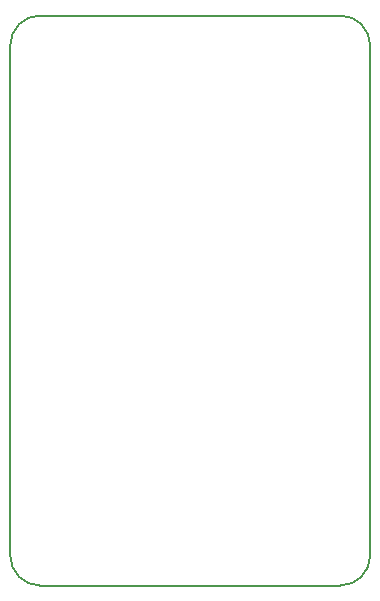
<source format=gm1>
G04 #@! TF.GenerationSoftware,KiCad,Pcbnew,(5.1.9-0-10_14)*
G04 #@! TF.CreationDate,2021-03-21T12:23:30-04:00*
G04 #@! TF.ProjectId,Antoinette_PowerBank,416e746f-696e-4657-9474-655f506f7765,rev?*
G04 #@! TF.SameCoordinates,Original*
G04 #@! TF.FileFunction,Profile,NP*
%FSLAX46Y46*%
G04 Gerber Fmt 4.6, Leading zero omitted, Abs format (unit mm)*
G04 Created by KiCad (PCBNEW (5.1.9-0-10_14)) date 2021-03-21 12:23:30*
%MOMM*%
%LPD*%
G01*
G04 APERTURE LIST*
G04 #@! TA.AperFunction,Profile*
%ADD10C,0.200000*%
G04 #@! TD*
G04 APERTURE END LIST*
D10*
X72656434Y-29734001D02*
X98056433Y-29734001D01*
X72656434Y-77994000D02*
G75*
G02*
X70116434Y-75454000I0J2540000D01*
G01*
X98056433Y-29734001D02*
G75*
G02*
X100596433Y-32274001I0J-2540000D01*
G01*
X100596433Y-75454000D02*
X100596433Y-32274001D01*
X70116434Y-75454000D02*
X70116434Y-32274001D01*
X72656434Y-77994000D02*
X98056433Y-77994000D01*
X70116434Y-32274001D02*
G75*
G02*
X72656434Y-29734001I2540000J0D01*
G01*
X100596433Y-75454000D02*
G75*
G02*
X98056433Y-77994000I-2540000J0D01*
G01*
M02*

</source>
